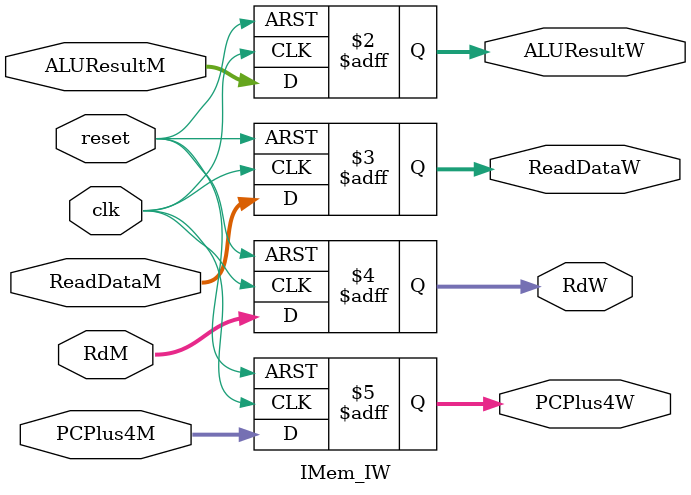
<source format=v>
/*
	Name: Pipeline register between Memory Access and WriteBack Stage
*/


module IMem_IW (clk, reset, ALUResultM, ReadDataM, RdM, PCPlus4M, ALUResultW, ReadDataW, RdW, PCPlus4W);
	

input  clk, reset;
                input  [31:0] ALUResultM, ReadDataM; 
                input  [4:0] RdM;
                input [31:0]PCPlus4M;
                output reg [31:0]ALUResultW,ReadDataW;
                output reg [4:0]RdW;
                output reg [31:0]PCPlus4W;

always @( posedge clk, posedge reset ) begin 
    if (reset) begin
        ALUResultW <= 0;
        ReadDataW <= 0;
        
        RdW <= 0; 
        PCPlus4W <= 0;
    end

    else begin
        ALUResultW <= ALUResultM;
        ReadDataW <= ReadDataM;
        
        RdW <= RdM; 
        PCPlus4W <= PCPlus4M;        
    end
    
end

endmodule
</source>
